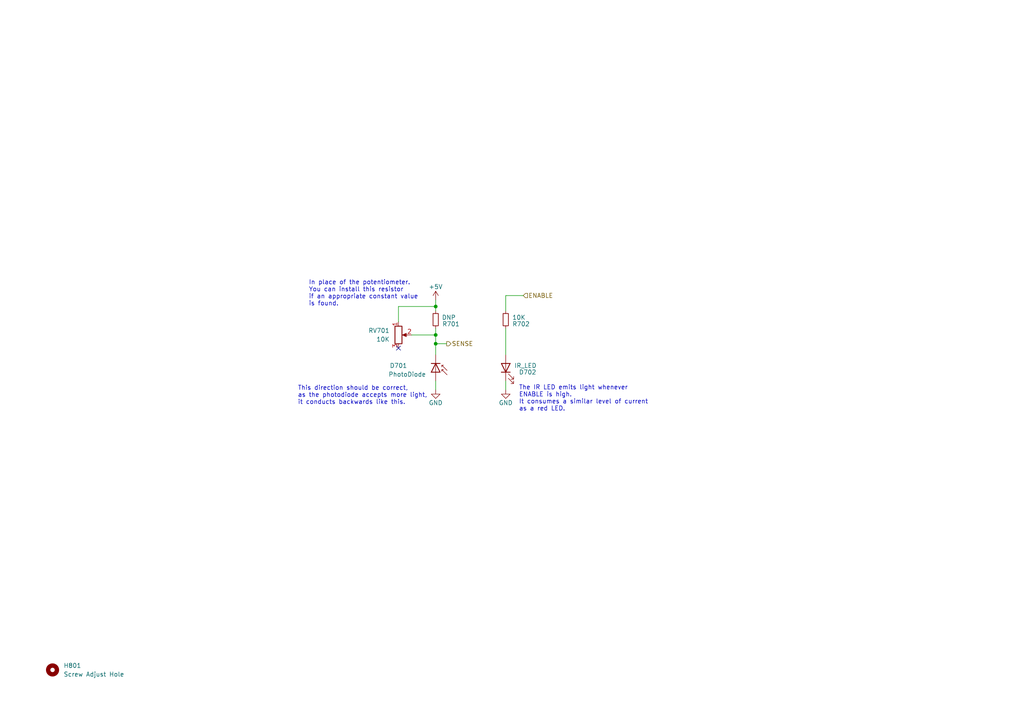
<source format=kicad_sch>
(kicad_sch (version 20211123) (generator eeschema)
  (paper "A4")
  (title_block (title "MegaMouse") (date "${ISSUE}") (rev "${REVISION}") (company "Kitsune Scientific") (comment 4 "Release: ${FULL_REVISION}"))
  (lib_symbols
    (symbol "Device:D_Photo" (pin_numbers hide) (pin_names hide)
      (property "Reference" "D" (at 0.508 1.778 0))
      (property "Value" "D_Photo" (at -1.016 -2.794 0))
      (symbol "D_Photo_0_1"
        (polyline (pts (xy -2.54 1.27) (xy -2.54 -1.27)) (stroke (width 0.254)))
        (polyline (pts (xy -2.032 1.778) (xy -1.524 1.778)))
        (polyline (pts (xy 0 0) (xy -2.54 0)))
        (polyline (pts (xy -0.508 3.302) (xy -2.032 1.778) (xy -2.032 2.286)))
        (polyline (pts (xy 0 -1.27) (xy 0 1.27) (xy -2.54 0) (xy 0 -1.27)) (stroke (width 0.254)))
        (polyline (pts (xy 0.762 3.302) (xy -0.762 1.778) (xy -0.762 2.286) (xy -0.762 1.778) (xy -0.254 1.778)))
      )
      (symbol "D_Photo_1_1"
        (pin passive line (at -5.08 0 0) (length 2.54) (name "K") (number "1"))
        (pin passive line (at 2.54 0 180) (length 2.54) (name "A") (number "2"))
      )
    )
    (symbol "Device:LED" (pin_numbers hide) (pin_names (offset 1.016) hide)
      (property "Reference" "D" (at 0 2.54 0))
      (property "Value" "LED" (at 0 -2.54 0))
      (symbol "LED_0_1"
        (polyline (pts (xy -1.27 -1.27) (xy -1.27 1.27)) (stroke (width 0.254)))
        (polyline (pts (xy -1.27 0) (xy 1.27 0)))
        (polyline (pts (xy 1.27 -1.27) (xy 1.27 1.27) (xy -1.27 0) (xy 1.27 -1.27)) (stroke (width 0.254)))
        (polyline (pts (xy -3.048 -0.762) (xy -4.572 -2.286) (xy -3.81 -2.286) (xy -4.572 -2.286) (xy -4.572 -1.524)))
        (polyline (pts (xy -1.778 -0.762) (xy -3.302 -2.286) (xy -2.54 -2.286) (xy -3.302 -2.286) (xy -3.302 -1.524)))
      )
      (symbol "LED_1_1"
        (pin passive line (at -3.81 0 0) (length 2.54) (name "K") (number "1"))
        (pin passive line (at 3.81 0 180) (length 2.54) (name "A") (number "2"))
      )
    )
    (symbol "Device:R_Potentiometer" (pin_names (offset 1.016) hide)
      (property "Reference" "RV" (at -4.445 0 90))
      (property "Value" "R_Potentiometer" (at -2.54 0 90))
      (symbol "R_Potentiometer_0_1"
        (polyline (pts (xy 2.54 0) (xy 1.524 0)))
        (polyline (pts (xy 1.143 0) (xy 2.286 0.508) (xy 2.286 -0.508) (xy 1.143 0)) (fill (type outline)))
        (rectangle (start 1.016 2.54) (end -1.016 -2.54) (stroke (width 0.254)))
      )
      (symbol "R_Potentiometer_1_1"
        (pin passive line (at 0 3.81 270) (length 1.27) (name "1") (number "1"))
        (pin passive line (at 3.81 0 180) (length 1.27) (name "2") (number "2"))
        (pin passive line (at 0 -3.81 90) (length 1.27) (name "3") (number "3"))
      )
    )
    (symbol "Device:R_Small" (pin_numbers hide) (pin_names (offset 0.254) hide)
      (property "Reference" "R" (at 0.762 0.508 0))
      (property "Value" "R_Small" (at 0.762 -1.016 0))
      (symbol "R_Small_0_1"
        (rectangle (start -0.762 1.778) (end 0.762 -1.778) (stroke (width 0.2032)))
      )
      (symbol "R_Small_1_1"
        (pin passive line (at 0 2.54 270) (length 0.762) (name "~") (number "1"))
        (pin passive line (at 0 -2.54 90) (length 0.762) (name "~") (number "2"))
      )
    )
    (symbol "Mechanical:MountingHole" (pin_names (offset 1.016))
      (property "Reference" "H" (at 0 5.08 0))
      (property "Value" "MountingHole" (at 0 3.175 0))
      (symbol "MountingHole_0_1"
        (circle (center 0 0) (radius 1.27) (stroke (width 1.27)))
      )
    )
    (symbol "power:+5V" (power) (pin_names (offset 0))
      (property "Value" "+5V" (at 0 3.556 0))
      (symbol "+5V_0_1"
        (polyline (pts (xy -0.762 1.27) (xy 0 2.54)))
        (polyline (pts (xy 0 0) (xy 0 2.54)))
        (polyline (pts (xy 0 2.54) (xy 0.762 1.27)))
      )
      (symbol "+5V_1_1"
        (pin power_in line (at 0 0 90) (length 0) hide (name "+5V") (number "1"))
      )
    )
    (symbol "power:GND" (power) (pin_names (offset 0))
      (property "Value" "GND" (at 0 -3.81 0))
      (symbol "GND_0_1"
        (polyline (pts (xy 0 0) (xy 0 -1.27) (xy 1.27 -1.27) (xy 0 -2.54) (xy -1.27 -1.27) (xy 0 -1.27)))
      )
      (symbol "GND_1_1"
        (pin power_in line (at 0 0 270) (length 0) hide (name "GND") (number "1"))
      )
    )
  )
  (junction (at 126.365 97.155))
  (junction (at 126.365 99.695))
  (junction (at 126.365 88.9))
  (no_connect (at 115.57 100.965))
  (wire (pts (xy 151.765 85.725) (xy 146.685 85.725)))
  (wire (pts (xy 126.365 88.9) (xy 126.365 90.17)))
  (wire (pts (xy 126.365 110.49) (xy 126.365 113.03)))
  (wire (pts (xy 126.365 95.25) (xy 126.365 97.155)))
  (wire (pts (xy 126.365 99.695) (xy 126.365 102.87)))
  (wire (pts (xy 115.57 88.9) (xy 115.57 93.345)))
  (wire (pts (xy 146.685 110.49) (xy 146.685 113.03)))
  (wire (pts (xy 146.685 85.725) (xy 146.685 90.17)))
  (wire (pts (xy 126.365 88.9) (xy 115.57 88.9)))
  (wire (pts (xy 126.365 97.155) (xy 126.365 99.695)))
  (wire (pts (xy 119.38 97.155) (xy 126.365 97.155)))
  (wire (pts (xy 126.365 99.695) (xy 129.54 99.695)))
  (wire (pts (xy 126.365 86.995) (xy 126.365 88.9)))
  (wire (pts (xy 146.685 95.25) (xy 146.685 102.87)))
  (text "This direction should be correct,\nas the photodiode accepts more light,\nit conducts backwards like this." (at 86.36 117.475 0) (effects (font (size 1.27 1.27)) (justify left bottom)))
  (text "The IR LED emits light whenever\nENABLE is high.\nIt consumes a similar level of current\nas a red LED." (at 150.495 119.38 0) (effects (font (size 1.27 1.27)) (justify left bottom)))
  (text "In place of the potentiometer.\nYou can install this resistor\nif an appropriate constant value\nis found." (at 89.535 88.9 0) (effects (font (size 1.27 1.27)) (justify left bottom)))
  (hierarchical_label "SENSE" (shape output) (at 129.54 99.695 0))
  (hierarchical_label "ENABLE" (shape input) (at 151.765 85.725 0))
  (symbol (lib_id "power:GND") (at 126.365 113.03 0) (unit 1)
    (property "Reference" "#PWR0702" (effects hide))
    (property "Value" "GND" (at 126.365 116.84 0))
  )
  (symbol (lib_id "Mechanical:MountingHole") (at 15.24 194.31 0) (unit 1)
    (property "Reference" "H801" (at 18.415 193.0399 0) (effects (justify left)))
    (property "Value" "Screw Adjust Hole" (at 18.415 195.5799 0) (effects (justify left)))
  )
  (symbol (lib_id "Device:R_Potentiometer") (at 115.57 97.155 0) (unit 1)
    (property "Reference" "RV701" (at 113.03 95.8849 0) (effects (justify right)))
    (property "Value" "10K" (at 113.03 98.4249 0) (effects (justify right)))
    (property "Footprint" "Potentiometer_SMD:Potentiometer_Bourns_TC33X_Vertical" (effects hide))
  )
  (symbol (lib_id "Device:LED") (at 146.685 106.68 90) (unit 1)
    (property "Reference" "D702" (at 153.035 107.95 90))
    (property "Value" "IR_LED" (at 152.4 106.045 90))
    (property "Footprint" "LED_THT:LED_D5.0mm_Horizontal_O1.27mm_Z3.0mm_Clear" (effects hide))
  )
  (symbol (lib_id "Device:R_Small") (at 146.685 92.71 0) (unit 1)
    (property "Reference" "R702" (at 151.13 93.98 0))
    (property "Value" "10K" (at 150.495 92.075 0))
    (property "Footprint" "Resistor_SMD:R_0805_2012Metric" (effects hide))
  )
  (symbol (lib_id "Device:D_Photo") (at 126.365 107.95 270) (unit 1)
    (property "Reference" "D701" (at 115.57 106.045 90))
    (property "Value" "PhotoDiode" (at 118.11 108.585 90))
    (property "Footprint" "LED_THT:LED_D5.0mm_Horizontal_O1.27mm_Z3.0mm_IRBlack" (effects hide))
  )
  (symbol (lib_id "power:GND") (at 146.685 113.03 0) (unit 1)
    (property "Reference" "#PWR0703" (effects hide))
    (property "Value" "GND" (at 146.685 116.84 0))
  )
  (symbol (lib_id "power:+5V") (at 126.365 86.995 0) (unit 1)
    (property "Reference" "#PWR0701" (effects hide))
    (property "Value" "+5V" (at 126.365 83.185 0))
  )
  (symbol (lib_id "Device:R_Small") (at 126.365 92.71 0) (unit 1)
    (property "Reference" "R701" (at 130.81 93.98 0))
    (property "Value" "DNP" (at 130.175 92.075 0))
    (property "Footprint" "Resistor_SMD:R_0805_2012Metric" (effects hide))
  )
)
</source>
